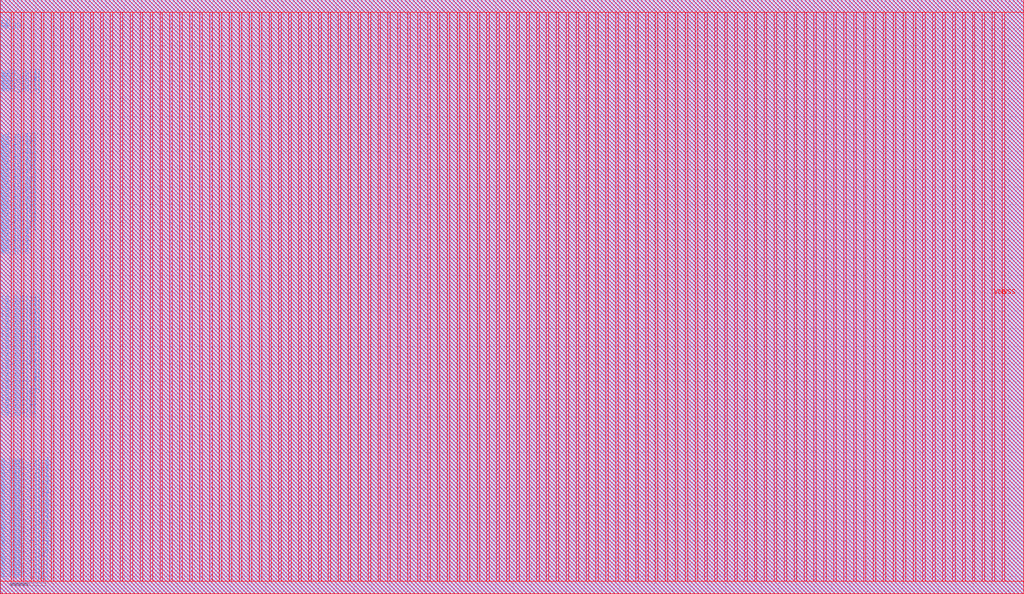
<source format=lef>
VERSION 5.7 ;
BUSBITCHARS "[]" ;
MACRO fakeram45_256x48
  FOREIGN fakeram45_256x48 0 0 ;
  SYMMETRY X Y R90 ;
  SIZE 115.710 BY 67.200 ;
  CLASS BLOCK ;
  PIN w_mask_in[0]
    DIRECTION INPUT ;
    USE SIGNAL ;
    SHAPE ABUTMENT ;
    PORT
      LAYER metal3 ;
      RECT 0.000 1.400 0.070 1.470 ;
    END
  END w_mask_in[0]
  PIN w_mask_in[1]
    DIRECTION INPUT ;
    USE SIGNAL ;
    SHAPE ABUTMENT ;
    PORT
      LAYER metal3 ;
      RECT 0.000 1.680 0.070 1.750 ;
    END
  END w_mask_in[1]
  PIN w_mask_in[2]
    DIRECTION INPUT ;
    USE SIGNAL ;
    SHAPE ABUTMENT ;
    PORT
      LAYER metal3 ;
      RECT 0.000 1.960 0.070 2.030 ;
    END
  END w_mask_in[2]
  PIN w_mask_in[3]
    DIRECTION INPUT ;
    USE SIGNAL ;
    SHAPE ABUTMENT ;
    PORT
      LAYER metal3 ;
      RECT 0.000 2.240 0.070 2.310 ;
    END
  END w_mask_in[3]
  PIN w_mask_in[4]
    DIRECTION INPUT ;
    USE SIGNAL ;
    SHAPE ABUTMENT ;
    PORT
      LAYER metal3 ;
      RECT 0.000 2.520 0.070 2.590 ;
    END
  END w_mask_in[4]
  PIN w_mask_in[5]
    DIRECTION INPUT ;
    USE SIGNAL ;
    SHAPE ABUTMENT ;
    PORT
      LAYER metal3 ;
      RECT 0.000 2.800 0.070 2.870 ;
    END
  END w_mask_in[5]
  PIN w_mask_in[6]
    DIRECTION INPUT ;
    USE SIGNAL ;
    SHAPE ABUTMENT ;
    PORT
      LAYER metal3 ;
      RECT 0.000 3.080 0.070 3.150 ;
    END
  END w_mask_in[6]
  PIN w_mask_in[7]
    DIRECTION INPUT ;
    USE SIGNAL ;
    SHAPE ABUTMENT ;
    PORT
      LAYER metal3 ;
      RECT 0.000 3.360 0.070 3.430 ;
    END
  END w_mask_in[7]
  PIN w_mask_in[8]
    DIRECTION INPUT ;
    USE SIGNAL ;
    SHAPE ABUTMENT ;
    PORT
      LAYER metal3 ;
      RECT 0.000 3.640 0.070 3.710 ;
    END
  END w_mask_in[8]
  PIN w_mask_in[9]
    DIRECTION INPUT ;
    USE SIGNAL ;
    SHAPE ABUTMENT ;
    PORT
      LAYER metal3 ;
      RECT 0.000 3.920 0.070 3.990 ;
    END
  END w_mask_in[9]
  PIN w_mask_in[10]
    DIRECTION INPUT ;
    USE SIGNAL ;
    SHAPE ABUTMENT ;
    PORT
      LAYER metal3 ;
      RECT 0.000 4.200 0.070 4.270 ;
    END
  END w_mask_in[10]
  PIN w_mask_in[11]
    DIRECTION INPUT ;
    USE SIGNAL ;
    SHAPE ABUTMENT ;
    PORT
      LAYER metal3 ;
      RECT 0.000 4.480 0.070 4.550 ;
    END
  END w_mask_in[11]
  PIN w_mask_in[12]
    DIRECTION INPUT ;
    USE SIGNAL ;
    SHAPE ABUTMENT ;
    PORT
      LAYER metal3 ;
      RECT 0.000 4.760 0.070 4.830 ;
    END
  END w_mask_in[12]
  PIN w_mask_in[13]
    DIRECTION INPUT ;
    USE SIGNAL ;
    SHAPE ABUTMENT ;
    PORT
      LAYER metal3 ;
      RECT 0.000 5.040 0.070 5.110 ;
    END
  END w_mask_in[13]
  PIN w_mask_in[14]
    DIRECTION INPUT ;
    USE SIGNAL ;
    SHAPE ABUTMENT ;
    PORT
      LAYER metal3 ;
      RECT 0.000 5.320 0.070 5.390 ;
    END
  END w_mask_in[14]
  PIN w_mask_in[15]
    DIRECTION INPUT ;
    USE SIGNAL ;
    SHAPE ABUTMENT ;
    PORT
      LAYER metal3 ;
      RECT 0.000 5.600 0.070 5.670 ;
    END
  END w_mask_in[15]
  PIN w_mask_in[16]
    DIRECTION INPUT ;
    USE SIGNAL ;
    SHAPE ABUTMENT ;
    PORT
      LAYER metal3 ;
      RECT 0.000 5.880 0.070 5.950 ;
    END
  END w_mask_in[16]
  PIN w_mask_in[17]
    DIRECTION INPUT ;
    USE SIGNAL ;
    SHAPE ABUTMENT ;
    PORT
      LAYER metal3 ;
      RECT 0.000 6.160 0.070 6.230 ;
    END
  END w_mask_in[17]
  PIN w_mask_in[18]
    DIRECTION INPUT ;
    USE SIGNAL ;
    SHAPE ABUTMENT ;
    PORT
      LAYER metal3 ;
      RECT 0.000 6.440 0.070 6.510 ;
    END
  END w_mask_in[18]
  PIN w_mask_in[19]
    DIRECTION INPUT ;
    USE SIGNAL ;
    SHAPE ABUTMENT ;
    PORT
      LAYER metal3 ;
      RECT 0.000 6.720 0.070 6.790 ;
    END
  END w_mask_in[19]
  PIN w_mask_in[20]
    DIRECTION INPUT ;
    USE SIGNAL ;
    SHAPE ABUTMENT ;
    PORT
      LAYER metal3 ;
      RECT 0.000 7.000 0.070 7.070 ;
    END
  END w_mask_in[20]
  PIN w_mask_in[21]
    DIRECTION INPUT ;
    USE SIGNAL ;
    SHAPE ABUTMENT ;
    PORT
      LAYER metal3 ;
      RECT 0.000 7.280 0.070 7.350 ;
    END
  END w_mask_in[21]
  PIN w_mask_in[22]
    DIRECTION INPUT ;
    USE SIGNAL ;
    SHAPE ABUTMENT ;
    PORT
      LAYER metal3 ;
      RECT 0.000 7.560 0.070 7.630 ;
    END
  END w_mask_in[22]
  PIN w_mask_in[23]
    DIRECTION INPUT ;
    USE SIGNAL ;
    SHAPE ABUTMENT ;
    PORT
      LAYER metal3 ;
      RECT 0.000 7.840 0.070 7.910 ;
    END
  END w_mask_in[23]
  PIN w_mask_in[24]
    DIRECTION INPUT ;
    USE SIGNAL ;
    SHAPE ABUTMENT ;
    PORT
      LAYER metal3 ;
      RECT 0.000 8.120 0.070 8.190 ;
    END
  END w_mask_in[24]
  PIN w_mask_in[25]
    DIRECTION INPUT ;
    USE SIGNAL ;
    SHAPE ABUTMENT ;
    PORT
      LAYER metal3 ;
      RECT 0.000 8.400 0.070 8.470 ;
    END
  END w_mask_in[25]
  PIN w_mask_in[26]
    DIRECTION INPUT ;
    USE SIGNAL ;
    SHAPE ABUTMENT ;
    PORT
      LAYER metal3 ;
      RECT 0.000 8.680 0.070 8.750 ;
    END
  END w_mask_in[26]
  PIN w_mask_in[27]
    DIRECTION INPUT ;
    USE SIGNAL ;
    SHAPE ABUTMENT ;
    PORT
      LAYER metal3 ;
      RECT 0.000 8.960 0.070 9.030 ;
    END
  END w_mask_in[27]
  PIN w_mask_in[28]
    DIRECTION INPUT ;
    USE SIGNAL ;
    SHAPE ABUTMENT ;
    PORT
      LAYER metal3 ;
      RECT 0.000 9.240 0.070 9.310 ;
    END
  END w_mask_in[28]
  PIN w_mask_in[29]
    DIRECTION INPUT ;
    USE SIGNAL ;
    SHAPE ABUTMENT ;
    PORT
      LAYER metal3 ;
      RECT 0.000 9.520 0.070 9.590 ;
    END
  END w_mask_in[29]
  PIN w_mask_in[30]
    DIRECTION INPUT ;
    USE SIGNAL ;
    SHAPE ABUTMENT ;
    PORT
      LAYER metal3 ;
      RECT 0.000 9.800 0.070 9.870 ;
    END
  END w_mask_in[30]
  PIN w_mask_in[31]
    DIRECTION INPUT ;
    USE SIGNAL ;
    SHAPE ABUTMENT ;
    PORT
      LAYER metal3 ;
      RECT 0.000 10.080 0.070 10.150 ;
    END
  END w_mask_in[31]
  PIN w_mask_in[32]
    DIRECTION INPUT ;
    USE SIGNAL ;
    SHAPE ABUTMENT ;
    PORT
      LAYER metal3 ;
      RECT 0.000 10.360 0.070 10.430 ;
    END
  END w_mask_in[32]
  PIN w_mask_in[33]
    DIRECTION INPUT ;
    USE SIGNAL ;
    SHAPE ABUTMENT ;
    PORT
      LAYER metal3 ;
      RECT 0.000 10.640 0.070 10.710 ;
    END
  END w_mask_in[33]
  PIN w_mask_in[34]
    DIRECTION INPUT ;
    USE SIGNAL ;
    SHAPE ABUTMENT ;
    PORT
      LAYER metal3 ;
      RECT 0.000 10.920 0.070 10.990 ;
    END
  END w_mask_in[34]
  PIN w_mask_in[35]
    DIRECTION INPUT ;
    USE SIGNAL ;
    SHAPE ABUTMENT ;
    PORT
      LAYER metal3 ;
      RECT 0.000 11.200 0.070 11.270 ;
    END
  END w_mask_in[35]
  PIN w_mask_in[36]
    DIRECTION INPUT ;
    USE SIGNAL ;
    SHAPE ABUTMENT ;
    PORT
      LAYER metal3 ;
      RECT 0.000 11.480 0.070 11.550 ;
    END
  END w_mask_in[36]
  PIN w_mask_in[37]
    DIRECTION INPUT ;
    USE SIGNAL ;
    SHAPE ABUTMENT ;
    PORT
      LAYER metal3 ;
      RECT 0.000 11.760 0.070 11.830 ;
    END
  END w_mask_in[37]
  PIN w_mask_in[38]
    DIRECTION INPUT ;
    USE SIGNAL ;
    SHAPE ABUTMENT ;
    PORT
      LAYER metal3 ;
      RECT 0.000 12.040 0.070 12.110 ;
    END
  END w_mask_in[38]
  PIN w_mask_in[39]
    DIRECTION INPUT ;
    USE SIGNAL ;
    SHAPE ABUTMENT ;
    PORT
      LAYER metal3 ;
      RECT 0.000 12.320 0.070 12.390 ;
    END
  END w_mask_in[39]
  PIN w_mask_in[40]
    DIRECTION INPUT ;
    USE SIGNAL ;
    SHAPE ABUTMENT ;
    PORT
      LAYER metal3 ;
      RECT 0.000 12.600 0.070 12.670 ;
    END
  END w_mask_in[40]
  PIN w_mask_in[41]
    DIRECTION INPUT ;
    USE SIGNAL ;
    SHAPE ABUTMENT ;
    PORT
      LAYER metal3 ;
      RECT 0.000 12.880 0.070 12.950 ;
    END
  END w_mask_in[41]
  PIN w_mask_in[42]
    DIRECTION INPUT ;
    USE SIGNAL ;
    SHAPE ABUTMENT ;
    PORT
      LAYER metal3 ;
      RECT 0.000 13.160 0.070 13.230 ;
    END
  END w_mask_in[42]
  PIN w_mask_in[43]
    DIRECTION INPUT ;
    USE SIGNAL ;
    SHAPE ABUTMENT ;
    PORT
      LAYER metal3 ;
      RECT 0.000 13.440 0.070 13.510 ;
    END
  END w_mask_in[43]
  PIN w_mask_in[44]
    DIRECTION INPUT ;
    USE SIGNAL ;
    SHAPE ABUTMENT ;
    PORT
      LAYER metal3 ;
      RECT 0.000 13.720 0.070 13.790 ;
    END
  END w_mask_in[44]
  PIN w_mask_in[45]
    DIRECTION INPUT ;
    USE SIGNAL ;
    SHAPE ABUTMENT ;
    PORT
      LAYER metal3 ;
      RECT 0.000 14.000 0.070 14.070 ;
    END
  END w_mask_in[45]
  PIN w_mask_in[46]
    DIRECTION INPUT ;
    USE SIGNAL ;
    SHAPE ABUTMENT ;
    PORT
      LAYER metal3 ;
      RECT 0.000 14.280 0.070 14.350 ;
    END
  END w_mask_in[46]
  PIN w_mask_in[47]
    DIRECTION INPUT ;
    USE SIGNAL ;
    SHAPE ABUTMENT ;
    PORT
      LAYER metal3 ;
      RECT 0.000 14.560 0.070 14.630 ;
    END
  END w_mask_in[47]
  PIN rd_out[0]
    DIRECTION OUTPUT ;
    USE SIGNAL ;
    SHAPE ABUTMENT ;
    PORT
      LAYER metal3 ;
      RECT 0.000 19.740 0.070 19.810 ;
    END
  END rd_out[0]
  PIN rd_out[1]
    DIRECTION OUTPUT ;
    USE SIGNAL ;
    SHAPE ABUTMENT ;
    PORT
      LAYER metal3 ;
      RECT 0.000 20.020 0.070 20.090 ;
    END
  END rd_out[1]
  PIN rd_out[2]
    DIRECTION OUTPUT ;
    USE SIGNAL ;
    SHAPE ABUTMENT ;
    PORT
      LAYER metal3 ;
      RECT 0.000 20.300 0.070 20.370 ;
    END
  END rd_out[2]
  PIN rd_out[3]
    DIRECTION OUTPUT ;
    USE SIGNAL ;
    SHAPE ABUTMENT ;
    PORT
      LAYER metal3 ;
      RECT 0.000 20.580 0.070 20.650 ;
    END
  END rd_out[3]
  PIN rd_out[4]
    DIRECTION OUTPUT ;
    USE SIGNAL ;
    SHAPE ABUTMENT ;
    PORT
      LAYER metal3 ;
      RECT 0.000 20.860 0.070 20.930 ;
    END
  END rd_out[4]
  PIN rd_out[5]
    DIRECTION OUTPUT ;
    USE SIGNAL ;
    SHAPE ABUTMENT ;
    PORT
      LAYER metal3 ;
      RECT 0.000 21.140 0.070 21.210 ;
    END
  END rd_out[5]
  PIN rd_out[6]
    DIRECTION OUTPUT ;
    USE SIGNAL ;
    SHAPE ABUTMENT ;
    PORT
      LAYER metal3 ;
      RECT 0.000 21.420 0.070 21.490 ;
    END
  END rd_out[6]
  PIN rd_out[7]
    DIRECTION OUTPUT ;
    USE SIGNAL ;
    SHAPE ABUTMENT ;
    PORT
      LAYER metal3 ;
      RECT 0.000 21.700 0.070 21.770 ;
    END
  END rd_out[7]
  PIN rd_out[8]
    DIRECTION OUTPUT ;
    USE SIGNAL ;
    SHAPE ABUTMENT ;
    PORT
      LAYER metal3 ;
      RECT 0.000 21.980 0.070 22.050 ;
    END
  END rd_out[8]
  PIN rd_out[9]
    DIRECTION OUTPUT ;
    USE SIGNAL ;
    SHAPE ABUTMENT ;
    PORT
      LAYER metal3 ;
      RECT 0.000 22.260 0.070 22.330 ;
    END
  END rd_out[9]
  PIN rd_out[10]
    DIRECTION OUTPUT ;
    USE SIGNAL ;
    SHAPE ABUTMENT ;
    PORT
      LAYER metal3 ;
      RECT 0.000 22.540 0.070 22.610 ;
    END
  END rd_out[10]
  PIN rd_out[11]
    DIRECTION OUTPUT ;
    USE SIGNAL ;
    SHAPE ABUTMENT ;
    PORT
      LAYER metal3 ;
      RECT 0.000 22.820 0.070 22.890 ;
    END
  END rd_out[11]
  PIN rd_out[12]
    DIRECTION OUTPUT ;
    USE SIGNAL ;
    SHAPE ABUTMENT ;
    PORT
      LAYER metal3 ;
      RECT 0.000 23.100 0.070 23.170 ;
    END
  END rd_out[12]
  PIN rd_out[13]
    DIRECTION OUTPUT ;
    USE SIGNAL ;
    SHAPE ABUTMENT ;
    PORT
      LAYER metal3 ;
      RECT 0.000 23.380 0.070 23.450 ;
    END
  END rd_out[13]
  PIN rd_out[14]
    DIRECTION OUTPUT ;
    USE SIGNAL ;
    SHAPE ABUTMENT ;
    PORT
      LAYER metal3 ;
      RECT 0.000 23.660 0.070 23.730 ;
    END
  END rd_out[14]
  PIN rd_out[15]
    DIRECTION OUTPUT ;
    USE SIGNAL ;
    SHAPE ABUTMENT ;
    PORT
      LAYER metal3 ;
      RECT 0.000 23.940 0.070 24.010 ;
    END
  END rd_out[15]
  PIN rd_out[16]
    DIRECTION OUTPUT ;
    USE SIGNAL ;
    SHAPE ABUTMENT ;
    PORT
      LAYER metal3 ;
      RECT 0.000 24.220 0.070 24.290 ;
    END
  END rd_out[16]
  PIN rd_out[17]
    DIRECTION OUTPUT ;
    USE SIGNAL ;
    SHAPE ABUTMENT ;
    PORT
      LAYER metal3 ;
      RECT 0.000 24.500 0.070 24.570 ;
    END
  END rd_out[17]
  PIN rd_out[18]
    DIRECTION OUTPUT ;
    USE SIGNAL ;
    SHAPE ABUTMENT ;
    PORT
      LAYER metal3 ;
      RECT 0.000 24.780 0.070 24.850 ;
    END
  END rd_out[18]
  PIN rd_out[19]
    DIRECTION OUTPUT ;
    USE SIGNAL ;
    SHAPE ABUTMENT ;
    PORT
      LAYER metal3 ;
      RECT 0.000 25.060 0.070 25.130 ;
    END
  END rd_out[19]
  PIN rd_out[20]
    DIRECTION OUTPUT ;
    USE SIGNAL ;
    SHAPE ABUTMENT ;
    PORT
      LAYER metal3 ;
      RECT 0.000 25.340 0.070 25.410 ;
    END
  END rd_out[20]
  PIN rd_out[21]
    DIRECTION OUTPUT ;
    USE SIGNAL ;
    SHAPE ABUTMENT ;
    PORT
      LAYER metal3 ;
      RECT 0.000 25.620 0.070 25.690 ;
    END
  END rd_out[21]
  PIN rd_out[22]
    DIRECTION OUTPUT ;
    USE SIGNAL ;
    SHAPE ABUTMENT ;
    PORT
      LAYER metal3 ;
      RECT 0.000 25.900 0.070 25.970 ;
    END
  END rd_out[22]
  PIN rd_out[23]
    DIRECTION OUTPUT ;
    USE SIGNAL ;
    SHAPE ABUTMENT ;
    PORT
      LAYER metal3 ;
      RECT 0.000 26.180 0.070 26.250 ;
    END
  END rd_out[23]
  PIN rd_out[24]
    DIRECTION OUTPUT ;
    USE SIGNAL ;
    SHAPE ABUTMENT ;
    PORT
      LAYER metal3 ;
      RECT 0.000 26.460 0.070 26.530 ;
    END
  END rd_out[24]
  PIN rd_out[25]
    DIRECTION OUTPUT ;
    USE SIGNAL ;
    SHAPE ABUTMENT ;
    PORT
      LAYER metal3 ;
      RECT 0.000 26.740 0.070 26.810 ;
    END
  END rd_out[25]
  PIN rd_out[26]
    DIRECTION OUTPUT ;
    USE SIGNAL ;
    SHAPE ABUTMENT ;
    PORT
      LAYER metal3 ;
      RECT 0.000 27.020 0.070 27.090 ;
    END
  END rd_out[26]
  PIN rd_out[27]
    DIRECTION OUTPUT ;
    USE SIGNAL ;
    SHAPE ABUTMENT ;
    PORT
      LAYER metal3 ;
      RECT 0.000 27.300 0.070 27.370 ;
    END
  END rd_out[27]
  PIN rd_out[28]
    DIRECTION OUTPUT ;
    USE SIGNAL ;
    SHAPE ABUTMENT ;
    PORT
      LAYER metal3 ;
      RECT 0.000 27.580 0.070 27.650 ;
    END
  END rd_out[28]
  PIN rd_out[29]
    DIRECTION OUTPUT ;
    USE SIGNAL ;
    SHAPE ABUTMENT ;
    PORT
      LAYER metal3 ;
      RECT 0.000 27.860 0.070 27.930 ;
    END
  END rd_out[29]
  PIN rd_out[30]
    DIRECTION OUTPUT ;
    USE SIGNAL ;
    SHAPE ABUTMENT ;
    PORT
      LAYER metal3 ;
      RECT 0.000 28.140 0.070 28.210 ;
    END
  END rd_out[30]
  PIN rd_out[31]
    DIRECTION OUTPUT ;
    USE SIGNAL ;
    SHAPE ABUTMENT ;
    PORT
      LAYER metal3 ;
      RECT 0.000 28.420 0.070 28.490 ;
    END
  END rd_out[31]
  PIN rd_out[32]
    DIRECTION OUTPUT ;
    USE SIGNAL ;
    SHAPE ABUTMENT ;
    PORT
      LAYER metal3 ;
      RECT 0.000 28.700 0.070 28.770 ;
    END
  END rd_out[32]
  PIN rd_out[33]
    DIRECTION OUTPUT ;
    USE SIGNAL ;
    SHAPE ABUTMENT ;
    PORT
      LAYER metal3 ;
      RECT 0.000 28.980 0.070 29.050 ;
    END
  END rd_out[33]
  PIN rd_out[34]
    DIRECTION OUTPUT ;
    USE SIGNAL ;
    SHAPE ABUTMENT ;
    PORT
      LAYER metal3 ;
      RECT 0.000 29.260 0.070 29.330 ;
    END
  END rd_out[34]
  PIN rd_out[35]
    DIRECTION OUTPUT ;
    USE SIGNAL ;
    SHAPE ABUTMENT ;
    PORT
      LAYER metal3 ;
      RECT 0.000 29.540 0.070 29.610 ;
    END
  END rd_out[35]
  PIN rd_out[36]
    DIRECTION OUTPUT ;
    USE SIGNAL ;
    SHAPE ABUTMENT ;
    PORT
      LAYER metal3 ;
      RECT 0.000 29.820 0.070 29.890 ;
    END
  END rd_out[36]
  PIN rd_out[37]
    DIRECTION OUTPUT ;
    USE SIGNAL ;
    SHAPE ABUTMENT ;
    PORT
      LAYER metal3 ;
      RECT 0.000 30.100 0.070 30.170 ;
    END
  END rd_out[37]
  PIN rd_out[38]
    DIRECTION OUTPUT ;
    USE SIGNAL ;
    SHAPE ABUTMENT ;
    PORT
      LAYER metal3 ;
      RECT 0.000 30.380 0.070 30.450 ;
    END
  END rd_out[38]
  PIN rd_out[39]
    DIRECTION OUTPUT ;
    USE SIGNAL ;
    SHAPE ABUTMENT ;
    PORT
      LAYER metal3 ;
      RECT 0.000 30.660 0.070 30.730 ;
    END
  END rd_out[39]
  PIN rd_out[40]
    DIRECTION OUTPUT ;
    USE SIGNAL ;
    SHAPE ABUTMENT ;
    PORT
      LAYER metal3 ;
      RECT 0.000 30.940 0.070 31.010 ;
    END
  END rd_out[40]
  PIN rd_out[41]
    DIRECTION OUTPUT ;
    USE SIGNAL ;
    SHAPE ABUTMENT ;
    PORT
      LAYER metal3 ;
      RECT 0.000 31.220 0.070 31.290 ;
    END
  END rd_out[41]
  PIN rd_out[42]
    DIRECTION OUTPUT ;
    USE SIGNAL ;
    SHAPE ABUTMENT ;
    PORT
      LAYER metal3 ;
      RECT 0.000 31.500 0.070 31.570 ;
    END
  END rd_out[42]
  PIN rd_out[43]
    DIRECTION OUTPUT ;
    USE SIGNAL ;
    SHAPE ABUTMENT ;
    PORT
      LAYER metal3 ;
      RECT 0.000 31.780 0.070 31.850 ;
    END
  END rd_out[43]
  PIN rd_out[44]
    DIRECTION OUTPUT ;
    USE SIGNAL ;
    SHAPE ABUTMENT ;
    PORT
      LAYER metal3 ;
      RECT 0.000 32.060 0.070 32.130 ;
    END
  END rd_out[44]
  PIN rd_out[45]
    DIRECTION OUTPUT ;
    USE SIGNAL ;
    SHAPE ABUTMENT ;
    PORT
      LAYER metal3 ;
      RECT 0.000 32.340 0.070 32.410 ;
    END
  END rd_out[45]
  PIN rd_out[46]
    DIRECTION OUTPUT ;
    USE SIGNAL ;
    SHAPE ABUTMENT ;
    PORT
      LAYER metal3 ;
      RECT 0.000 32.620 0.070 32.690 ;
    END
  END rd_out[46]
  PIN rd_out[47]
    DIRECTION OUTPUT ;
    USE SIGNAL ;
    SHAPE ABUTMENT ;
    PORT
      LAYER metal3 ;
      RECT 0.000 32.900 0.070 32.970 ;
    END
  END rd_out[47]
  PIN wd_in[0]
    DIRECTION INPUT ;
    USE SIGNAL ;
    SHAPE ABUTMENT ;
    PORT
      LAYER metal3 ;
      RECT 0.000 38.080 0.070 38.150 ;
    END
  END wd_in[0]
  PIN wd_in[1]
    DIRECTION INPUT ;
    USE SIGNAL ;
    SHAPE ABUTMENT ;
    PORT
      LAYER metal3 ;
      RECT 0.000 38.360 0.070 38.430 ;
    END
  END wd_in[1]
  PIN wd_in[2]
    DIRECTION INPUT ;
    USE SIGNAL ;
    SHAPE ABUTMENT ;
    PORT
      LAYER metal3 ;
      RECT 0.000 38.640 0.070 38.710 ;
    END
  END wd_in[2]
  PIN wd_in[3]
    DIRECTION INPUT ;
    USE SIGNAL ;
    SHAPE ABUTMENT ;
    PORT
      LAYER metal3 ;
      RECT 0.000 38.920 0.070 38.990 ;
    END
  END wd_in[3]
  PIN wd_in[4]
    DIRECTION INPUT ;
    USE SIGNAL ;
    SHAPE ABUTMENT ;
    PORT
      LAYER metal3 ;
      RECT 0.000 39.200 0.070 39.270 ;
    END
  END wd_in[4]
  PIN wd_in[5]
    DIRECTION INPUT ;
    USE SIGNAL ;
    SHAPE ABUTMENT ;
    PORT
      LAYER metal3 ;
      RECT 0.000 39.480 0.070 39.550 ;
    END
  END wd_in[5]
  PIN wd_in[6]
    DIRECTION INPUT ;
    USE SIGNAL ;
    SHAPE ABUTMENT ;
    PORT
      LAYER metal3 ;
      RECT 0.000 39.760 0.070 39.830 ;
    END
  END wd_in[6]
  PIN wd_in[7]
    DIRECTION INPUT ;
    USE SIGNAL ;
    SHAPE ABUTMENT ;
    PORT
      LAYER metal3 ;
      RECT 0.000 40.040 0.070 40.110 ;
    END
  END wd_in[7]
  PIN wd_in[8]
    DIRECTION INPUT ;
    USE SIGNAL ;
    SHAPE ABUTMENT ;
    PORT
      LAYER metal3 ;
      RECT 0.000 40.320 0.070 40.390 ;
    END
  END wd_in[8]
  PIN wd_in[9]
    DIRECTION INPUT ;
    USE SIGNAL ;
    SHAPE ABUTMENT ;
    PORT
      LAYER metal3 ;
      RECT 0.000 40.600 0.070 40.670 ;
    END
  END wd_in[9]
  PIN wd_in[10]
    DIRECTION INPUT ;
    USE SIGNAL ;
    SHAPE ABUTMENT ;
    PORT
      LAYER metal3 ;
      RECT 0.000 40.880 0.070 40.950 ;
    END
  END wd_in[10]
  PIN wd_in[11]
    DIRECTION INPUT ;
    USE SIGNAL ;
    SHAPE ABUTMENT ;
    PORT
      LAYER metal3 ;
      RECT 0.000 41.160 0.070 41.230 ;
    END
  END wd_in[11]
  PIN wd_in[12]
    DIRECTION INPUT ;
    USE SIGNAL ;
    SHAPE ABUTMENT ;
    PORT
      LAYER metal3 ;
      RECT 0.000 41.440 0.070 41.510 ;
    END
  END wd_in[12]
  PIN wd_in[13]
    DIRECTION INPUT ;
    USE SIGNAL ;
    SHAPE ABUTMENT ;
    PORT
      LAYER metal3 ;
      RECT 0.000 41.720 0.070 41.790 ;
    END
  END wd_in[13]
  PIN wd_in[14]
    DIRECTION INPUT ;
    USE SIGNAL ;
    SHAPE ABUTMENT ;
    PORT
      LAYER metal3 ;
      RECT 0.000 42.000 0.070 42.070 ;
    END
  END wd_in[14]
  PIN wd_in[15]
    DIRECTION INPUT ;
    USE SIGNAL ;
    SHAPE ABUTMENT ;
    PORT
      LAYER metal3 ;
      RECT 0.000 42.280 0.070 42.350 ;
    END
  END wd_in[15]
  PIN wd_in[16]
    DIRECTION INPUT ;
    USE SIGNAL ;
    SHAPE ABUTMENT ;
    PORT
      LAYER metal3 ;
      RECT 0.000 42.560 0.070 42.630 ;
    END
  END wd_in[16]
  PIN wd_in[17]
    DIRECTION INPUT ;
    USE SIGNAL ;
    SHAPE ABUTMENT ;
    PORT
      LAYER metal3 ;
      RECT 0.000 42.840 0.070 42.910 ;
    END
  END wd_in[17]
  PIN wd_in[18]
    DIRECTION INPUT ;
    USE SIGNAL ;
    SHAPE ABUTMENT ;
    PORT
      LAYER metal3 ;
      RECT 0.000 43.120 0.070 43.190 ;
    END
  END wd_in[18]
  PIN wd_in[19]
    DIRECTION INPUT ;
    USE SIGNAL ;
    SHAPE ABUTMENT ;
    PORT
      LAYER metal3 ;
      RECT 0.000 43.400 0.070 43.470 ;
    END
  END wd_in[19]
  PIN wd_in[20]
    DIRECTION INPUT ;
    USE SIGNAL ;
    SHAPE ABUTMENT ;
    PORT
      LAYER metal3 ;
      RECT 0.000 43.680 0.070 43.750 ;
    END
  END wd_in[20]
  PIN wd_in[21]
    DIRECTION INPUT ;
    USE SIGNAL ;
    SHAPE ABUTMENT ;
    PORT
      LAYER metal3 ;
      RECT 0.000 43.960 0.070 44.030 ;
    END
  END wd_in[21]
  PIN wd_in[22]
    DIRECTION INPUT ;
    USE SIGNAL ;
    SHAPE ABUTMENT ;
    PORT
      LAYER metal3 ;
      RECT 0.000 44.240 0.070 44.310 ;
    END
  END wd_in[22]
  PIN wd_in[23]
    DIRECTION INPUT ;
    USE SIGNAL ;
    SHAPE ABUTMENT ;
    PORT
      LAYER metal3 ;
      RECT 0.000 44.520 0.070 44.590 ;
    END
  END wd_in[23]
  PIN wd_in[24]
    DIRECTION INPUT ;
    USE SIGNAL ;
    SHAPE ABUTMENT ;
    PORT
      LAYER metal3 ;
      RECT 0.000 44.800 0.070 44.870 ;
    END
  END wd_in[24]
  PIN wd_in[25]
    DIRECTION INPUT ;
    USE SIGNAL ;
    SHAPE ABUTMENT ;
    PORT
      LAYER metal3 ;
      RECT 0.000 45.080 0.070 45.150 ;
    END
  END wd_in[25]
  PIN wd_in[26]
    DIRECTION INPUT ;
    USE SIGNAL ;
    SHAPE ABUTMENT ;
    PORT
      LAYER metal3 ;
      RECT 0.000 45.360 0.070 45.430 ;
    END
  END wd_in[26]
  PIN wd_in[27]
    DIRECTION INPUT ;
    USE SIGNAL ;
    SHAPE ABUTMENT ;
    PORT
      LAYER metal3 ;
      RECT 0.000 45.640 0.070 45.710 ;
    END
  END wd_in[27]
  PIN wd_in[28]
    DIRECTION INPUT ;
    USE SIGNAL ;
    SHAPE ABUTMENT ;
    PORT
      LAYER metal3 ;
      RECT 0.000 45.920 0.070 45.990 ;
    END
  END wd_in[28]
  PIN wd_in[29]
    DIRECTION INPUT ;
    USE SIGNAL ;
    SHAPE ABUTMENT ;
    PORT
      LAYER metal3 ;
      RECT 0.000 46.200 0.070 46.270 ;
    END
  END wd_in[29]
  PIN wd_in[30]
    DIRECTION INPUT ;
    USE SIGNAL ;
    SHAPE ABUTMENT ;
    PORT
      LAYER metal3 ;
      RECT 0.000 46.480 0.070 46.550 ;
    END
  END wd_in[30]
  PIN wd_in[31]
    DIRECTION INPUT ;
    USE SIGNAL ;
    SHAPE ABUTMENT ;
    PORT
      LAYER metal3 ;
      RECT 0.000 46.760 0.070 46.830 ;
    END
  END wd_in[31]
  PIN wd_in[32]
    DIRECTION INPUT ;
    USE SIGNAL ;
    SHAPE ABUTMENT ;
    PORT
      LAYER metal3 ;
      RECT 0.000 47.040 0.070 47.110 ;
    END
  END wd_in[32]
  PIN wd_in[33]
    DIRECTION INPUT ;
    USE SIGNAL ;
    SHAPE ABUTMENT ;
    PORT
      LAYER metal3 ;
      RECT 0.000 47.320 0.070 47.390 ;
    END
  END wd_in[33]
  PIN wd_in[34]
    DIRECTION INPUT ;
    USE SIGNAL ;
    SHAPE ABUTMENT ;
    PORT
      LAYER metal3 ;
      RECT 0.000 47.600 0.070 47.670 ;
    END
  END wd_in[34]
  PIN wd_in[35]
    DIRECTION INPUT ;
    USE SIGNAL ;
    SHAPE ABUTMENT ;
    PORT
      LAYER metal3 ;
      RECT 0.000 47.880 0.070 47.950 ;
    END
  END wd_in[35]
  PIN wd_in[36]
    DIRECTION INPUT ;
    USE SIGNAL ;
    SHAPE ABUTMENT ;
    PORT
      LAYER metal3 ;
      RECT 0.000 48.160 0.070 48.230 ;
    END
  END wd_in[36]
  PIN wd_in[37]
    DIRECTION INPUT ;
    USE SIGNAL ;
    SHAPE ABUTMENT ;
    PORT
      LAYER metal3 ;
      RECT 0.000 48.440 0.070 48.510 ;
    END
  END wd_in[37]
  PIN wd_in[38]
    DIRECTION INPUT ;
    USE SIGNAL ;
    SHAPE ABUTMENT ;
    PORT
      LAYER metal3 ;
      RECT 0.000 48.720 0.070 48.790 ;
    END
  END wd_in[38]
  PIN wd_in[39]
    DIRECTION INPUT ;
    USE SIGNAL ;
    SHAPE ABUTMENT ;
    PORT
      LAYER metal3 ;
      RECT 0.000 49.000 0.070 49.070 ;
    END
  END wd_in[39]
  PIN wd_in[40]
    DIRECTION INPUT ;
    USE SIGNAL ;
    SHAPE ABUTMENT ;
    PORT
      LAYER metal3 ;
      RECT 0.000 49.280 0.070 49.350 ;
    END
  END wd_in[40]
  PIN wd_in[41]
    DIRECTION INPUT ;
    USE SIGNAL ;
    SHAPE ABUTMENT ;
    PORT
      LAYER metal3 ;
      RECT 0.000 49.560 0.070 49.630 ;
    END
  END wd_in[41]
  PIN wd_in[42]
    DIRECTION INPUT ;
    USE SIGNAL ;
    SHAPE ABUTMENT ;
    PORT
      LAYER metal3 ;
      RECT 0.000 49.840 0.070 49.910 ;
    END
  END wd_in[42]
  PIN wd_in[43]
    DIRECTION INPUT ;
    USE SIGNAL ;
    SHAPE ABUTMENT ;
    PORT
      LAYER metal3 ;
      RECT 0.000 50.120 0.070 50.190 ;
    END
  END wd_in[43]
  PIN wd_in[44]
    DIRECTION INPUT ;
    USE SIGNAL ;
    SHAPE ABUTMENT ;
    PORT
      LAYER metal3 ;
      RECT 0.000 50.400 0.070 50.470 ;
    END
  END wd_in[44]
  PIN wd_in[45]
    DIRECTION INPUT ;
    USE SIGNAL ;
    SHAPE ABUTMENT ;
    PORT
      LAYER metal3 ;
      RECT 0.000 50.680 0.070 50.750 ;
    END
  END wd_in[45]
  PIN wd_in[46]
    DIRECTION INPUT ;
    USE SIGNAL ;
    SHAPE ABUTMENT ;
    PORT
      LAYER metal3 ;
      RECT 0.000 50.960 0.070 51.030 ;
    END
  END wd_in[46]
  PIN wd_in[47]
    DIRECTION INPUT ;
    USE SIGNAL ;
    SHAPE ABUTMENT ;
    PORT
      LAYER metal3 ;
      RECT 0.000 51.240 0.070 51.310 ;
    END
  END wd_in[47]
  PIN addr_in[0]
    DIRECTION INPUT ;
    USE SIGNAL ;
    SHAPE ABUTMENT ;
    PORT
      LAYER metal3 ;
      RECT 0.000 56.420 0.070 56.490 ;
    END
  END addr_in[0]
  PIN addr_in[1]
    DIRECTION INPUT ;
    USE SIGNAL ;
    SHAPE ABUTMENT ;
    PORT
      LAYER metal3 ;
      RECT 0.000 56.700 0.070 56.770 ;
    END
  END addr_in[1]
  PIN addr_in[2]
    DIRECTION INPUT ;
    USE SIGNAL ;
    SHAPE ABUTMENT ;
    PORT
      LAYER metal3 ;
      RECT 0.000 56.980 0.070 57.050 ;
    END
  END addr_in[2]
  PIN addr_in[3]
    DIRECTION INPUT ;
    USE SIGNAL ;
    SHAPE ABUTMENT ;
    PORT
      LAYER metal3 ;
      RECT 0.000 57.260 0.070 57.330 ;
    END
  END addr_in[3]
  PIN addr_in[4]
    DIRECTION INPUT ;
    USE SIGNAL ;
    SHAPE ABUTMENT ;
    PORT
      LAYER metal3 ;
      RECT 0.000 57.540 0.070 57.610 ;
    END
  END addr_in[4]
  PIN addr_in[5]
    DIRECTION INPUT ;
    USE SIGNAL ;
    SHAPE ABUTMENT ;
    PORT
      LAYER metal3 ;
      RECT 0.000 57.820 0.070 57.890 ;
    END
  END addr_in[5]
  PIN addr_in[6]
    DIRECTION INPUT ;
    USE SIGNAL ;
    SHAPE ABUTMENT ;
    PORT
      LAYER metal3 ;
      RECT 0.000 58.100 0.070 58.170 ;
    END
  END addr_in[6]
  PIN addr_in[7]
    DIRECTION INPUT ;
    USE SIGNAL ;
    SHAPE ABUTMENT ;
    PORT
      LAYER metal3 ;
      RECT 0.000 58.380 0.070 58.450 ;
    END
  END addr_in[7]
  PIN we_in
    DIRECTION INPUT ;
    USE SIGNAL ;
    SHAPE ABUTMENT ;
    PORT
      LAYER metal3 ;
      RECT 0.000 63.560 0.070 63.630 ;
    END
  END we_in
  PIN ce_in
    DIRECTION INPUT ;
    USE SIGNAL ;
    SHAPE ABUTMENT ;
    PORT
      LAYER metal3 ;
      RECT 0.000 63.840 0.070 63.910 ;
    END
  END ce_in
  PIN clk
    DIRECTION INPUT ;
    USE SIGNAL ;
    SHAPE ABUTMENT ;
    PORT
      LAYER metal3 ;
      RECT 0.000 64.120 0.070 64.190 ;
    END
  END clk
  PIN VSS
    DIRECTION INOUT ;
    USE GROUND ;
    PORT
      LAYER metal4 ;
      RECT 1.260 1.400 1.540 65.800 ;
      RECT 3.500 1.400 3.780 65.800 ;
      RECT 5.740 1.400 6.020 65.800 ;
      RECT 7.980 1.400 8.260 65.800 ;
      RECT 10.220 1.400 10.500 65.800 ;
      RECT 12.460 1.400 12.740 65.800 ;
      RECT 14.700 1.400 14.980 65.800 ;
      RECT 16.940 1.400 17.220 65.800 ;
      RECT 19.180 1.400 19.460 65.800 ;
      RECT 21.420 1.400 21.700 65.800 ;
      RECT 23.660 1.400 23.940 65.800 ;
      RECT 25.900 1.400 26.180 65.800 ;
      RECT 28.140 1.400 28.420 65.800 ;
      RECT 30.380 1.400 30.660 65.800 ;
      RECT 32.620 1.400 32.900 65.800 ;
      RECT 34.860 1.400 35.140 65.800 ;
      RECT 37.100 1.400 37.380 65.800 ;
      RECT 39.340 1.400 39.620 65.800 ;
      RECT 41.580 1.400 41.860 65.800 ;
      RECT 43.820 1.400 44.100 65.800 ;
      RECT 46.060 1.400 46.340 65.800 ;
      RECT 48.300 1.400 48.580 65.800 ;
      RECT 50.540 1.400 50.820 65.800 ;
      RECT 52.780 1.400 53.060 65.800 ;
      RECT 55.020 1.400 55.300 65.800 ;
      RECT 57.260 1.400 57.540 65.800 ;
      RECT 59.500 1.400 59.780 65.800 ;
      RECT 61.740 1.400 62.020 65.800 ;
      RECT 63.980 1.400 64.260 65.800 ;
      RECT 66.220 1.400 66.500 65.800 ;
      RECT 68.460 1.400 68.740 65.800 ;
      RECT 70.700 1.400 70.980 65.800 ;
      RECT 72.940 1.400 73.220 65.800 ;
      RECT 75.180 1.400 75.460 65.800 ;
      RECT 77.420 1.400 77.700 65.800 ;
      RECT 79.660 1.400 79.940 65.800 ;
      RECT 81.900 1.400 82.180 65.800 ;
      RECT 84.140 1.400 84.420 65.800 ;
      RECT 86.380 1.400 86.660 65.800 ;
      RECT 88.620 1.400 88.900 65.800 ;
      RECT 90.860 1.400 91.140 65.800 ;
      RECT 93.100 1.400 93.380 65.800 ;
      RECT 95.340 1.400 95.620 65.800 ;
      RECT 97.580 1.400 97.860 65.800 ;
      RECT 99.820 1.400 100.100 65.800 ;
      RECT 102.060 1.400 102.340 65.800 ;
      RECT 104.300 1.400 104.580 65.800 ;
      RECT 106.540 1.400 106.820 65.800 ;
      RECT 108.780 1.400 109.060 65.800 ;
      RECT 111.020 1.400 111.300 65.800 ;
      RECT 113.260 1.400 113.540 65.800 ;
    END
  END VSS
  PIN VDD
    DIRECTION INOUT ;
    USE POWER ;
    PORT
      LAYER metal4 ;
      RECT 2.380 1.400 2.660 65.800 ;
      RECT 4.620 1.400 4.900 65.800 ;
      RECT 6.860 1.400 7.140 65.800 ;
      RECT 9.100 1.400 9.380 65.800 ;
      RECT 11.340 1.400 11.620 65.800 ;
      RECT 13.580 1.400 13.860 65.800 ;
      RECT 15.820 1.400 16.100 65.800 ;
      RECT 18.060 1.400 18.340 65.800 ;
      RECT 20.300 1.400 20.580 65.800 ;
      RECT 22.540 1.400 22.820 65.800 ;
      RECT 24.780 1.400 25.060 65.800 ;
      RECT 27.020 1.400 27.300 65.800 ;
      RECT 29.260 1.400 29.540 65.800 ;
      RECT 31.500 1.400 31.780 65.800 ;
      RECT 33.740 1.400 34.020 65.800 ;
      RECT 35.980 1.400 36.260 65.800 ;
      RECT 38.220 1.400 38.500 65.800 ;
      RECT 40.460 1.400 40.740 65.800 ;
      RECT 42.700 1.400 42.980 65.800 ;
      RECT 44.940 1.400 45.220 65.800 ;
      RECT 47.180 1.400 47.460 65.800 ;
      RECT 49.420 1.400 49.700 65.800 ;
      RECT 51.660 1.400 51.940 65.800 ;
      RECT 53.900 1.400 54.180 65.800 ;
      RECT 56.140 1.400 56.420 65.800 ;
      RECT 58.380 1.400 58.660 65.800 ;
      RECT 60.620 1.400 60.900 65.800 ;
      RECT 62.860 1.400 63.140 65.800 ;
      RECT 65.100 1.400 65.380 65.800 ;
      RECT 67.340 1.400 67.620 65.800 ;
      RECT 69.580 1.400 69.860 65.800 ;
      RECT 71.820 1.400 72.100 65.800 ;
      RECT 74.060 1.400 74.340 65.800 ;
      RECT 76.300 1.400 76.580 65.800 ;
      RECT 78.540 1.400 78.820 65.800 ;
      RECT 80.780 1.400 81.060 65.800 ;
      RECT 83.020 1.400 83.300 65.800 ;
      RECT 85.260 1.400 85.540 65.800 ;
      RECT 87.500 1.400 87.780 65.800 ;
      RECT 89.740 1.400 90.020 65.800 ;
      RECT 91.980 1.400 92.260 65.800 ;
      RECT 94.220 1.400 94.500 65.800 ;
      RECT 96.460 1.400 96.740 65.800 ;
      RECT 98.700 1.400 98.980 65.800 ;
      RECT 100.940 1.400 101.220 65.800 ;
      RECT 103.180 1.400 103.460 65.800 ;
      RECT 105.420 1.400 105.700 65.800 ;
      RECT 107.660 1.400 107.940 65.800 ;
      RECT 109.900 1.400 110.180 65.800 ;
      RECT 112.140 1.400 112.420 65.800 ;
    END
  END VDD
  OBS
    LAYER metal1 ;
    RECT 0 0 115.710 67.200 ;
    LAYER metal2 ;
    RECT 0 0 115.710 67.200 ;
    LAYER metal3 ;
    RECT 0.070 0 115.710 67.200 ;
    RECT 0 0.000 0.070 1.400 ;
    RECT 0 1.470 0.070 1.680 ;
    RECT 0 1.750 0.070 1.960 ;
    RECT 0 2.030 0.070 2.240 ;
    RECT 0 2.310 0.070 2.520 ;
    RECT 0 2.590 0.070 2.800 ;
    RECT 0 2.870 0.070 3.080 ;
    RECT 0 3.150 0.070 3.360 ;
    RECT 0 3.430 0.070 3.640 ;
    RECT 0 3.710 0.070 3.920 ;
    RECT 0 3.990 0.070 4.200 ;
    RECT 0 4.270 0.070 4.480 ;
    RECT 0 4.550 0.070 4.760 ;
    RECT 0 4.830 0.070 5.040 ;
    RECT 0 5.110 0.070 5.320 ;
    RECT 0 5.390 0.070 5.600 ;
    RECT 0 5.670 0.070 5.880 ;
    RECT 0 5.950 0.070 6.160 ;
    RECT 0 6.230 0.070 6.440 ;
    RECT 0 6.510 0.070 6.720 ;
    RECT 0 6.790 0.070 7.000 ;
    RECT 0 7.070 0.070 7.280 ;
    RECT 0 7.350 0.070 7.560 ;
    RECT 0 7.630 0.070 7.840 ;
    RECT 0 7.910 0.070 8.120 ;
    RECT 0 8.190 0.070 8.400 ;
    RECT 0 8.470 0.070 8.680 ;
    RECT 0 8.750 0.070 8.960 ;
    RECT 0 9.030 0.070 9.240 ;
    RECT 0 9.310 0.070 9.520 ;
    RECT 0 9.590 0.070 9.800 ;
    RECT 0 9.870 0.070 10.080 ;
    RECT 0 10.150 0.070 10.360 ;
    RECT 0 10.430 0.070 10.640 ;
    RECT 0 10.710 0.070 10.920 ;
    RECT 0 10.990 0.070 11.200 ;
    RECT 0 11.270 0.070 11.480 ;
    RECT 0 11.550 0.070 11.760 ;
    RECT 0 11.830 0.070 12.040 ;
    RECT 0 12.110 0.070 12.320 ;
    RECT 0 12.390 0.070 12.600 ;
    RECT 0 12.670 0.070 12.880 ;
    RECT 0 12.950 0.070 13.160 ;
    RECT 0 13.230 0.070 13.440 ;
    RECT 0 13.510 0.070 13.720 ;
    RECT 0 13.790 0.070 14.000 ;
    RECT 0 14.070 0.070 14.280 ;
    RECT 0 14.350 0.070 14.560 ;
    RECT 0 14.630 0.070 19.740 ;
    RECT 0 19.810 0.070 20.020 ;
    RECT 0 20.090 0.070 20.300 ;
    RECT 0 20.370 0.070 20.580 ;
    RECT 0 20.650 0.070 20.860 ;
    RECT 0 20.930 0.070 21.140 ;
    RECT 0 21.210 0.070 21.420 ;
    RECT 0 21.490 0.070 21.700 ;
    RECT 0 21.770 0.070 21.980 ;
    RECT 0 22.050 0.070 22.260 ;
    RECT 0 22.330 0.070 22.540 ;
    RECT 0 22.610 0.070 22.820 ;
    RECT 0 22.890 0.070 23.100 ;
    RECT 0 23.170 0.070 23.380 ;
    RECT 0 23.450 0.070 23.660 ;
    RECT 0 23.730 0.070 23.940 ;
    RECT 0 24.010 0.070 24.220 ;
    RECT 0 24.290 0.070 24.500 ;
    RECT 0 24.570 0.070 24.780 ;
    RECT 0 24.850 0.070 25.060 ;
    RECT 0 25.130 0.070 25.340 ;
    RECT 0 25.410 0.070 25.620 ;
    RECT 0 25.690 0.070 25.900 ;
    RECT 0 25.970 0.070 26.180 ;
    RECT 0 26.250 0.070 26.460 ;
    RECT 0 26.530 0.070 26.740 ;
    RECT 0 26.810 0.070 27.020 ;
    RECT 0 27.090 0.070 27.300 ;
    RECT 0 27.370 0.070 27.580 ;
    RECT 0 27.650 0.070 27.860 ;
    RECT 0 27.930 0.070 28.140 ;
    RECT 0 28.210 0.070 28.420 ;
    RECT 0 28.490 0.070 28.700 ;
    RECT 0 28.770 0.070 28.980 ;
    RECT 0 29.050 0.070 29.260 ;
    RECT 0 29.330 0.070 29.540 ;
    RECT 0 29.610 0.070 29.820 ;
    RECT 0 29.890 0.070 30.100 ;
    RECT 0 30.170 0.070 30.380 ;
    RECT 0 30.450 0.070 30.660 ;
    RECT 0 30.730 0.070 30.940 ;
    RECT 0 31.010 0.070 31.220 ;
    RECT 0 31.290 0.070 31.500 ;
    RECT 0 31.570 0.070 31.780 ;
    RECT 0 31.850 0.070 32.060 ;
    RECT 0 32.130 0.070 32.340 ;
    RECT 0 32.410 0.070 32.620 ;
    RECT 0 32.690 0.070 32.900 ;
    RECT 0 32.970 0.070 38.080 ;
    RECT 0 38.150 0.070 38.360 ;
    RECT 0 38.430 0.070 38.640 ;
    RECT 0 38.710 0.070 38.920 ;
    RECT 0 38.990 0.070 39.200 ;
    RECT 0 39.270 0.070 39.480 ;
    RECT 0 39.550 0.070 39.760 ;
    RECT 0 39.830 0.070 40.040 ;
    RECT 0 40.110 0.070 40.320 ;
    RECT 0 40.390 0.070 40.600 ;
    RECT 0 40.670 0.070 40.880 ;
    RECT 0 40.950 0.070 41.160 ;
    RECT 0 41.230 0.070 41.440 ;
    RECT 0 41.510 0.070 41.720 ;
    RECT 0 41.790 0.070 42.000 ;
    RECT 0 42.070 0.070 42.280 ;
    RECT 0 42.350 0.070 42.560 ;
    RECT 0 42.630 0.070 42.840 ;
    RECT 0 42.910 0.070 43.120 ;
    RECT 0 43.190 0.070 43.400 ;
    RECT 0 43.470 0.070 43.680 ;
    RECT 0 43.750 0.070 43.960 ;
    RECT 0 44.030 0.070 44.240 ;
    RECT 0 44.310 0.070 44.520 ;
    RECT 0 44.590 0.070 44.800 ;
    RECT 0 44.870 0.070 45.080 ;
    RECT 0 45.150 0.070 45.360 ;
    RECT 0 45.430 0.070 45.640 ;
    RECT 0 45.710 0.070 45.920 ;
    RECT 0 45.990 0.070 46.200 ;
    RECT 0 46.270 0.070 46.480 ;
    RECT 0 46.550 0.070 46.760 ;
    RECT 0 46.830 0.070 47.040 ;
    RECT 0 47.110 0.070 47.320 ;
    RECT 0 47.390 0.070 47.600 ;
    RECT 0 47.670 0.070 47.880 ;
    RECT 0 47.950 0.070 48.160 ;
    RECT 0 48.230 0.070 48.440 ;
    RECT 0 48.510 0.070 48.720 ;
    RECT 0 48.790 0.070 49.000 ;
    RECT 0 49.070 0.070 49.280 ;
    RECT 0 49.350 0.070 49.560 ;
    RECT 0 49.630 0.070 49.840 ;
    RECT 0 49.910 0.070 50.120 ;
    RECT 0 50.190 0.070 50.400 ;
    RECT 0 50.470 0.070 50.680 ;
    RECT 0 50.750 0.070 50.960 ;
    RECT 0 51.030 0.070 51.240 ;
    RECT 0 51.310 0.070 56.420 ;
    RECT 0 56.490 0.070 56.700 ;
    RECT 0 56.770 0.070 56.980 ;
    RECT 0 57.050 0.070 57.260 ;
    RECT 0 57.330 0.070 57.540 ;
    RECT 0 57.610 0.070 57.820 ;
    RECT 0 57.890 0.070 58.100 ;
    RECT 0 58.170 0.070 58.380 ;
    RECT 0 58.450 0.070 63.560 ;
    RECT 0 63.630 0.070 63.840 ;
    RECT 0 63.910 0.070 64.120 ;
    RECT 0 64.190 0.070 67.200 ;
    LAYER metal4 ;
    RECT 0 0 115.710 1.400 ;
    RECT 0 65.800 115.710 67.200 ;
    RECT 0.000 1.400 1.260 65.800 ;
    RECT 1.540 1.400 2.380 65.800 ;
    RECT 2.660 1.400 3.500 65.800 ;
    RECT 3.780 1.400 4.620 65.800 ;
    RECT 4.900 1.400 5.740 65.800 ;
    RECT 6.020 1.400 6.860 65.800 ;
    RECT 7.140 1.400 7.980 65.800 ;
    RECT 8.260 1.400 9.100 65.800 ;
    RECT 9.380 1.400 10.220 65.800 ;
    RECT 10.500 1.400 11.340 65.800 ;
    RECT 11.620 1.400 12.460 65.800 ;
    RECT 12.740 1.400 13.580 65.800 ;
    RECT 13.860 1.400 14.700 65.800 ;
    RECT 14.980 1.400 15.820 65.800 ;
    RECT 16.100 1.400 16.940 65.800 ;
    RECT 17.220 1.400 18.060 65.800 ;
    RECT 18.340 1.400 19.180 65.800 ;
    RECT 19.460 1.400 20.300 65.800 ;
    RECT 20.580 1.400 21.420 65.800 ;
    RECT 21.700 1.400 22.540 65.800 ;
    RECT 22.820 1.400 23.660 65.800 ;
    RECT 23.940 1.400 24.780 65.800 ;
    RECT 25.060 1.400 25.900 65.800 ;
    RECT 26.180 1.400 27.020 65.800 ;
    RECT 27.300 1.400 28.140 65.800 ;
    RECT 28.420 1.400 29.260 65.800 ;
    RECT 29.540 1.400 30.380 65.800 ;
    RECT 30.660 1.400 31.500 65.800 ;
    RECT 31.780 1.400 32.620 65.800 ;
    RECT 32.900 1.400 33.740 65.800 ;
    RECT 34.020 1.400 34.860 65.800 ;
    RECT 35.140 1.400 35.980 65.800 ;
    RECT 36.260 1.400 37.100 65.800 ;
    RECT 37.380 1.400 38.220 65.800 ;
    RECT 38.500 1.400 39.340 65.800 ;
    RECT 39.620 1.400 40.460 65.800 ;
    RECT 40.740 1.400 41.580 65.800 ;
    RECT 41.860 1.400 42.700 65.800 ;
    RECT 42.980 1.400 43.820 65.800 ;
    RECT 44.100 1.400 44.940 65.800 ;
    RECT 45.220 1.400 46.060 65.800 ;
    RECT 46.340 1.400 47.180 65.800 ;
    RECT 47.460 1.400 48.300 65.800 ;
    RECT 48.580 1.400 49.420 65.800 ;
    RECT 49.700 1.400 50.540 65.800 ;
    RECT 50.820 1.400 51.660 65.800 ;
    RECT 51.940 1.400 52.780 65.800 ;
    RECT 53.060 1.400 53.900 65.800 ;
    RECT 54.180 1.400 55.020 65.800 ;
    RECT 55.300 1.400 56.140 65.800 ;
    RECT 56.420 1.400 57.260 65.800 ;
    RECT 57.540 1.400 58.380 65.800 ;
    RECT 58.660 1.400 59.500 65.800 ;
    RECT 59.780 1.400 60.620 65.800 ;
    RECT 60.900 1.400 61.740 65.800 ;
    RECT 62.020 1.400 62.860 65.800 ;
    RECT 63.140 1.400 63.980 65.800 ;
    RECT 64.260 1.400 65.100 65.800 ;
    RECT 65.380 1.400 66.220 65.800 ;
    RECT 66.500 1.400 67.340 65.800 ;
    RECT 67.620 1.400 68.460 65.800 ;
    RECT 68.740 1.400 69.580 65.800 ;
    RECT 69.860 1.400 70.700 65.800 ;
    RECT 70.980 1.400 71.820 65.800 ;
    RECT 72.100 1.400 72.940 65.800 ;
    RECT 73.220 1.400 74.060 65.800 ;
    RECT 74.340 1.400 75.180 65.800 ;
    RECT 75.460 1.400 76.300 65.800 ;
    RECT 76.580 1.400 77.420 65.800 ;
    RECT 77.700 1.400 78.540 65.800 ;
    RECT 78.820 1.400 79.660 65.800 ;
    RECT 79.940 1.400 80.780 65.800 ;
    RECT 81.060 1.400 81.900 65.800 ;
    RECT 82.180 1.400 83.020 65.800 ;
    RECT 83.300 1.400 84.140 65.800 ;
    RECT 84.420 1.400 85.260 65.800 ;
    RECT 85.540 1.400 86.380 65.800 ;
    RECT 86.660 1.400 87.500 65.800 ;
    RECT 87.780 1.400 88.620 65.800 ;
    RECT 88.900 1.400 89.740 65.800 ;
    RECT 90.020 1.400 90.860 65.800 ;
    RECT 91.140 1.400 91.980 65.800 ;
    RECT 92.260 1.400 93.100 65.800 ;
    RECT 93.380 1.400 94.220 65.800 ;
    RECT 94.500 1.400 95.340 65.800 ;
    RECT 95.620 1.400 96.460 65.800 ;
    RECT 96.740 1.400 97.580 65.800 ;
    RECT 97.860 1.400 98.700 65.800 ;
    RECT 98.980 1.400 99.820 65.800 ;
    RECT 100.100 1.400 100.940 65.800 ;
    RECT 101.220 1.400 102.060 65.800 ;
    RECT 102.340 1.400 103.180 65.800 ;
    RECT 103.460 1.400 104.300 65.800 ;
    RECT 104.580 1.400 105.420 65.800 ;
    RECT 105.700 1.400 106.540 65.800 ;
    RECT 106.820 1.400 107.660 65.800 ;
    RECT 107.940 1.400 108.780 65.800 ;
    RECT 109.060 1.400 109.900 65.800 ;
    RECT 110.180 1.400 111.020 65.800 ;
    RECT 111.300 1.400 112.140 65.800 ;
    RECT 112.420 1.400 113.260 65.800 ;
    RECT 113.540 1.400 115.710 65.800 ;
    LAYER OVERLAP ;
    RECT 0 0 115.710 67.200 ;
  END
END fakeram45_256x48

END LIBRARY

</source>
